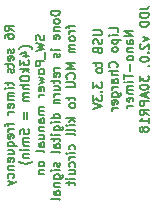
<source format=gbo>
G04 #@! TF.FileFunction,Legend,Bot*
%FSLAX46Y46*%
G04 Gerber Fmt 4.6, Leading zero omitted, Abs format (unit mm)*
G04 Created by KiCad (PCBNEW 4.0.7) date 04/30/18 22:22:12*
%MOMM*%
%LPD*%
G01*
G04 APERTURE LIST*
%ADD10C,0.100000*%
%ADD11C,0.180000*%
G04 APERTURE END LIST*
D10*
D11*
X22777786Y-22368285D02*
X23384929Y-22368285D01*
X23456357Y-22404000D01*
X23492071Y-22439714D01*
X23527786Y-22511143D01*
X23527786Y-22654000D01*
X23492071Y-22725428D01*
X23456357Y-22761143D01*
X23384929Y-22796857D01*
X22777786Y-22796857D01*
X23492071Y-23118285D02*
X23527786Y-23225428D01*
X23527786Y-23403999D01*
X23492071Y-23475428D01*
X23456357Y-23511142D01*
X23384929Y-23546857D01*
X23313500Y-23546857D01*
X23242071Y-23511142D01*
X23206357Y-23475428D01*
X23170643Y-23403999D01*
X23134929Y-23261142D01*
X23099214Y-23189714D01*
X23063500Y-23153999D01*
X22992071Y-23118285D01*
X22920643Y-23118285D01*
X22849214Y-23153999D01*
X22813500Y-23189714D01*
X22777786Y-23261142D01*
X22777786Y-23439714D01*
X22813500Y-23546857D01*
X23134929Y-24118285D02*
X23170643Y-24225428D01*
X23206357Y-24261143D01*
X23277786Y-24296857D01*
X23384929Y-24296857D01*
X23456357Y-24261143D01*
X23492071Y-24225428D01*
X23527786Y-24154000D01*
X23527786Y-23868285D01*
X22777786Y-23868285D01*
X22777786Y-24118285D01*
X22813500Y-24189714D01*
X22849214Y-24225428D01*
X22920643Y-24261143D01*
X22992071Y-24261143D01*
X23063500Y-24225428D01*
X23099214Y-24189714D01*
X23134929Y-24118285D01*
X23134929Y-23868285D01*
X23027786Y-25082572D02*
X23027786Y-25368286D01*
X22777786Y-25189714D02*
X23420643Y-25189714D01*
X23492071Y-25225429D01*
X23527786Y-25296857D01*
X23527786Y-25368286D01*
X23527786Y-25725428D02*
X23492071Y-25654000D01*
X23456357Y-25618285D01*
X23384929Y-25582571D01*
X23170643Y-25582571D01*
X23099214Y-25618285D01*
X23063500Y-25654000D01*
X23027786Y-25725428D01*
X23027786Y-25832571D01*
X23063500Y-25904000D01*
X23099214Y-25939714D01*
X23170643Y-25975428D01*
X23384929Y-25975428D01*
X23456357Y-25939714D01*
X23492071Y-25904000D01*
X23527786Y-25832571D01*
X23527786Y-25725428D01*
X22777786Y-26796857D02*
X22777786Y-27261143D01*
X23063500Y-27011143D01*
X23063500Y-27118285D01*
X23099214Y-27189714D01*
X23134929Y-27225428D01*
X23206357Y-27261143D01*
X23384929Y-27261143D01*
X23456357Y-27225428D01*
X23492071Y-27189714D01*
X23527786Y-27118285D01*
X23527786Y-26904000D01*
X23492071Y-26832571D01*
X23456357Y-26796857D01*
X23456357Y-27582571D02*
X23492071Y-27618286D01*
X23527786Y-27582571D01*
X23492071Y-27546857D01*
X23456357Y-27582571D01*
X23527786Y-27582571D01*
X22777786Y-27868286D02*
X22777786Y-28332572D01*
X23063500Y-28082572D01*
X23063500Y-28189714D01*
X23099214Y-28261143D01*
X23134929Y-28296857D01*
X23206357Y-28332572D01*
X23384929Y-28332572D01*
X23456357Y-28296857D01*
X23492071Y-28261143D01*
X23527786Y-28189714D01*
X23527786Y-27975429D01*
X23492071Y-27904000D01*
X23456357Y-27868286D01*
X22777786Y-28546858D02*
X23527786Y-28796858D01*
X22777786Y-29046858D01*
X24832786Y-22564715D02*
X24832786Y-22207572D01*
X24082786Y-22207572D01*
X24832786Y-22814715D02*
X24332786Y-22814715D01*
X24082786Y-22814715D02*
X24118500Y-22779001D01*
X24154214Y-22814715D01*
X24118500Y-22850430D01*
X24082786Y-22814715D01*
X24154214Y-22814715D01*
X24332786Y-23171858D02*
X25082786Y-23171858D01*
X24368500Y-23171858D02*
X24332786Y-23243287D01*
X24332786Y-23386144D01*
X24368500Y-23457573D01*
X24404214Y-23493287D01*
X24475643Y-23529001D01*
X24689929Y-23529001D01*
X24761357Y-23493287D01*
X24797071Y-23457573D01*
X24832786Y-23386144D01*
X24832786Y-23243287D01*
X24797071Y-23171858D01*
X24832786Y-23957572D02*
X24797071Y-23886144D01*
X24761357Y-23850429D01*
X24689929Y-23814715D01*
X24475643Y-23814715D01*
X24404214Y-23850429D01*
X24368500Y-23886144D01*
X24332786Y-23957572D01*
X24332786Y-24064715D01*
X24368500Y-24136144D01*
X24404214Y-24171858D01*
X24475643Y-24207572D01*
X24689929Y-24207572D01*
X24761357Y-24171858D01*
X24797071Y-24136144D01*
X24832786Y-24064715D01*
X24832786Y-23957572D01*
X24761357Y-25529001D02*
X24797071Y-25493287D01*
X24832786Y-25386144D01*
X24832786Y-25314715D01*
X24797071Y-25207572D01*
X24725643Y-25136144D01*
X24654214Y-25100429D01*
X24511357Y-25064715D01*
X24404214Y-25064715D01*
X24261357Y-25100429D01*
X24189929Y-25136144D01*
X24118500Y-25207572D01*
X24082786Y-25314715D01*
X24082786Y-25386144D01*
X24118500Y-25493287D01*
X24154214Y-25529001D01*
X24832786Y-25850429D02*
X24082786Y-25850429D01*
X24832786Y-26171858D02*
X24439929Y-26171858D01*
X24368500Y-26136144D01*
X24332786Y-26064715D01*
X24332786Y-25957572D01*
X24368500Y-25886144D01*
X24404214Y-25850429D01*
X24832786Y-26850429D02*
X24439929Y-26850429D01*
X24368500Y-26814715D01*
X24332786Y-26743286D01*
X24332786Y-26600429D01*
X24368500Y-26529000D01*
X24797071Y-26850429D02*
X24832786Y-26779000D01*
X24832786Y-26600429D01*
X24797071Y-26529000D01*
X24725643Y-26493286D01*
X24654214Y-26493286D01*
X24582786Y-26529000D01*
X24547071Y-26600429D01*
X24547071Y-26779000D01*
X24511357Y-26850429D01*
X24832786Y-27207571D02*
X24332786Y-27207571D01*
X24475643Y-27207571D02*
X24404214Y-27243286D01*
X24368500Y-27279000D01*
X24332786Y-27350429D01*
X24332786Y-27421857D01*
X24332786Y-27993286D02*
X24939929Y-27993286D01*
X25011357Y-27957572D01*
X25047071Y-27921857D01*
X25082786Y-27850429D01*
X25082786Y-27743286D01*
X25047071Y-27671857D01*
X24797071Y-27993286D02*
X24832786Y-27921857D01*
X24832786Y-27779000D01*
X24797071Y-27707572D01*
X24761357Y-27671857D01*
X24689929Y-27636143D01*
X24475643Y-27636143D01*
X24404214Y-27671857D01*
X24368500Y-27707572D01*
X24332786Y-27779000D01*
X24332786Y-27921857D01*
X24368500Y-27993286D01*
X24797071Y-28636143D02*
X24832786Y-28564714D01*
X24832786Y-28421857D01*
X24797071Y-28350428D01*
X24725643Y-28314714D01*
X24439929Y-28314714D01*
X24368500Y-28350428D01*
X24332786Y-28421857D01*
X24332786Y-28564714D01*
X24368500Y-28636143D01*
X24439929Y-28671857D01*
X24511357Y-28671857D01*
X24582786Y-28314714D01*
X24832786Y-28993285D02*
X24332786Y-28993285D01*
X24475643Y-28993285D02*
X24404214Y-29029000D01*
X24368500Y-29064714D01*
X24332786Y-29136143D01*
X24332786Y-29207571D01*
X26137786Y-22439715D02*
X25387786Y-22439715D01*
X26137786Y-22868287D01*
X25387786Y-22868287D01*
X26137786Y-23546858D02*
X25744929Y-23546858D01*
X25673500Y-23511144D01*
X25637786Y-23439715D01*
X25637786Y-23296858D01*
X25673500Y-23225429D01*
X26102071Y-23546858D02*
X26137786Y-23475429D01*
X26137786Y-23296858D01*
X26102071Y-23225429D01*
X26030643Y-23189715D01*
X25959214Y-23189715D01*
X25887786Y-23225429D01*
X25852071Y-23296858D01*
X25852071Y-23475429D01*
X25816357Y-23546858D01*
X25637786Y-23904000D02*
X26137786Y-23904000D01*
X25709214Y-23904000D02*
X25673500Y-23939715D01*
X25637786Y-24011143D01*
X25637786Y-24118286D01*
X25673500Y-24189715D01*
X25744929Y-24225429D01*
X26137786Y-24225429D01*
X26137786Y-24689714D02*
X26102071Y-24618286D01*
X26066357Y-24582571D01*
X25994929Y-24546857D01*
X25780643Y-24546857D01*
X25709214Y-24582571D01*
X25673500Y-24618286D01*
X25637786Y-24689714D01*
X25637786Y-24796857D01*
X25673500Y-24868286D01*
X25709214Y-24904000D01*
X25780643Y-24939714D01*
X25994929Y-24939714D01*
X26066357Y-24904000D01*
X26102071Y-24868286D01*
X26137786Y-24796857D01*
X26137786Y-24689714D01*
X25852071Y-25261142D02*
X25852071Y-25832571D01*
X25387786Y-26082571D02*
X25387786Y-26511142D01*
X26137786Y-26296856D02*
X25387786Y-26296856D01*
X26137786Y-26761142D02*
X25637786Y-26761142D01*
X25387786Y-26761142D02*
X25423500Y-26725428D01*
X25459214Y-26761142D01*
X25423500Y-26796857D01*
X25387786Y-26761142D01*
X25459214Y-26761142D01*
X26137786Y-27118285D02*
X25637786Y-27118285D01*
X25709214Y-27118285D02*
X25673500Y-27154000D01*
X25637786Y-27225428D01*
X25637786Y-27332571D01*
X25673500Y-27404000D01*
X25744929Y-27439714D01*
X26137786Y-27439714D01*
X25744929Y-27439714D02*
X25673500Y-27475428D01*
X25637786Y-27546857D01*
X25637786Y-27654000D01*
X25673500Y-27725428D01*
X25744929Y-27761143D01*
X26137786Y-27761143D01*
X26102071Y-28404000D02*
X26137786Y-28332571D01*
X26137786Y-28189714D01*
X26102071Y-28118285D01*
X26030643Y-28082571D01*
X25744929Y-28082571D01*
X25673500Y-28118285D01*
X25637786Y-28189714D01*
X25637786Y-28332571D01*
X25673500Y-28404000D01*
X25744929Y-28439714D01*
X25816357Y-28439714D01*
X25887786Y-28082571D01*
X26137786Y-28761142D02*
X25637786Y-28761142D01*
X25780643Y-28761142D02*
X25709214Y-28796857D01*
X25673500Y-28832571D01*
X25637786Y-28904000D01*
X25637786Y-28975428D01*
X26692786Y-20582570D02*
X27228500Y-20582570D01*
X27335643Y-20546856D01*
X27407071Y-20475427D01*
X27442786Y-20368284D01*
X27442786Y-20296856D01*
X27442786Y-20939713D02*
X26692786Y-20939713D01*
X26692786Y-21118285D01*
X26728500Y-21225428D01*
X26799929Y-21296856D01*
X26871357Y-21332571D01*
X27014214Y-21368285D01*
X27121357Y-21368285D01*
X27264214Y-21332571D01*
X27335643Y-21296856D01*
X27407071Y-21225428D01*
X27442786Y-21118285D01*
X27442786Y-20939713D01*
X27442786Y-21689713D02*
X26692786Y-21689713D01*
X26692786Y-21868285D01*
X26728500Y-21975428D01*
X26799929Y-22046856D01*
X26871357Y-22082571D01*
X27014214Y-22118285D01*
X27121357Y-22118285D01*
X27264214Y-22082571D01*
X27335643Y-22046856D01*
X27407071Y-21975428D01*
X27442786Y-21868285D01*
X27442786Y-21689713D01*
X26942786Y-22939714D02*
X27442786Y-23118285D01*
X26942786Y-23296857D01*
X26764214Y-23546857D02*
X26728500Y-23582571D01*
X26692786Y-23654000D01*
X26692786Y-23832571D01*
X26728500Y-23904000D01*
X26764214Y-23939714D01*
X26835643Y-23975429D01*
X26907071Y-23975429D01*
X27014214Y-23939714D01*
X27442786Y-23511143D01*
X27442786Y-23975429D01*
X27371357Y-24296857D02*
X27407071Y-24332572D01*
X27442786Y-24296857D01*
X27407071Y-24261143D01*
X27371357Y-24296857D01*
X27442786Y-24296857D01*
X26692786Y-24796858D02*
X26692786Y-24868286D01*
X26728500Y-24939715D01*
X26764214Y-24975429D01*
X26835643Y-25011143D01*
X26978500Y-25046858D01*
X27157071Y-25046858D01*
X27299929Y-25011143D01*
X27371357Y-24975429D01*
X27407071Y-24939715D01*
X27442786Y-24868286D01*
X27442786Y-24796858D01*
X27407071Y-24725429D01*
X27371357Y-24689715D01*
X27299929Y-24654000D01*
X27157071Y-24618286D01*
X26978500Y-24618286D01*
X26835643Y-24654000D01*
X26764214Y-24689715D01*
X26728500Y-24725429D01*
X26692786Y-24796858D01*
X27407071Y-25404001D02*
X27442786Y-25404001D01*
X27514214Y-25368286D01*
X27549929Y-25332572D01*
X26692786Y-26225430D02*
X26692786Y-26689716D01*
X26978500Y-26439716D01*
X26978500Y-26546858D01*
X27014214Y-26618287D01*
X27049929Y-26654001D01*
X27121357Y-26689716D01*
X27299929Y-26689716D01*
X27371357Y-26654001D01*
X27407071Y-26618287D01*
X27442786Y-26546858D01*
X27442786Y-26332573D01*
X27407071Y-26261144D01*
X27371357Y-26225430D01*
X26692786Y-27154002D02*
X26692786Y-27225430D01*
X26728500Y-27296859D01*
X26764214Y-27332573D01*
X26835643Y-27368287D01*
X26978500Y-27404002D01*
X27157071Y-27404002D01*
X27299929Y-27368287D01*
X27371357Y-27332573D01*
X27407071Y-27296859D01*
X27442786Y-27225430D01*
X27442786Y-27154002D01*
X27407071Y-27082573D01*
X27371357Y-27046859D01*
X27299929Y-27011144D01*
X27157071Y-26975430D01*
X26978500Y-26975430D01*
X26835643Y-27011144D01*
X26764214Y-27046859D01*
X26728500Y-27082573D01*
X26692786Y-27154002D01*
X27228500Y-27689716D02*
X27228500Y-28046859D01*
X27442786Y-27618288D02*
X26692786Y-27868288D01*
X27442786Y-28118288D01*
X27442786Y-28368287D02*
X26692786Y-28368287D01*
X26692786Y-28654002D01*
X26728500Y-28725430D01*
X26764214Y-28761145D01*
X26835643Y-28796859D01*
X26942786Y-28796859D01*
X27014214Y-28761145D01*
X27049929Y-28725430D01*
X27085643Y-28654002D01*
X27085643Y-28368287D01*
X27442786Y-29546859D02*
X27085643Y-29296859D01*
X27442786Y-29118287D02*
X26692786Y-29118287D01*
X26692786Y-29404002D01*
X26728500Y-29475430D01*
X26764214Y-29511145D01*
X26835643Y-29546859D01*
X26942786Y-29546859D01*
X27014214Y-29511145D01*
X27049929Y-29475430D01*
X27085643Y-29404002D01*
X27085643Y-29118287D01*
X27442786Y-30261145D02*
X27442786Y-29832573D01*
X27442786Y-30046859D02*
X26692786Y-30046859D01*
X26799929Y-29975430D01*
X26871357Y-29904002D01*
X26907071Y-29832573D01*
X27014214Y-30689716D02*
X26978500Y-30618288D01*
X26942786Y-30582573D01*
X26871357Y-30546859D01*
X26835643Y-30546859D01*
X26764214Y-30582573D01*
X26728500Y-30618288D01*
X26692786Y-30689716D01*
X26692786Y-30832573D01*
X26728500Y-30904002D01*
X26764214Y-30939716D01*
X26835643Y-30975431D01*
X26871357Y-30975431D01*
X26942786Y-30939716D01*
X26978500Y-30904002D01*
X27014214Y-30832573D01*
X27014214Y-30689716D01*
X27049929Y-30618288D01*
X27085643Y-30582573D01*
X27157071Y-30546859D01*
X27299929Y-30546859D01*
X27371357Y-30582573D01*
X27407071Y-30618288D01*
X27442786Y-30689716D01*
X27442786Y-30832573D01*
X27407071Y-30904002D01*
X27371357Y-30939716D01*
X27299929Y-30975431D01*
X27157071Y-30975431D01*
X27085643Y-30939716D01*
X27049929Y-30904002D01*
X27014214Y-30832573D01*
X16017286Y-22416286D02*
X15660143Y-22166286D01*
X16017286Y-21987714D02*
X15267286Y-21987714D01*
X15267286Y-22273429D01*
X15303000Y-22344857D01*
X15338714Y-22380572D01*
X15410143Y-22416286D01*
X15517286Y-22416286D01*
X15588714Y-22380572D01*
X15624429Y-22344857D01*
X15660143Y-22273429D01*
X15660143Y-21987714D01*
X15267286Y-23059143D02*
X15267286Y-22916286D01*
X15303000Y-22844857D01*
X15338714Y-22809143D01*
X15445857Y-22737714D01*
X15588714Y-22702000D01*
X15874429Y-22702000D01*
X15945857Y-22737714D01*
X15981571Y-22773429D01*
X16017286Y-22844857D01*
X16017286Y-22987714D01*
X15981571Y-23059143D01*
X15945857Y-23094857D01*
X15874429Y-23130572D01*
X15695857Y-23130572D01*
X15624429Y-23094857D01*
X15588714Y-23059143D01*
X15553000Y-22987714D01*
X15553000Y-22844857D01*
X15588714Y-22773429D01*
X15624429Y-22737714D01*
X15695857Y-22702000D01*
X15981571Y-23987715D02*
X16017286Y-24059144D01*
X16017286Y-24202001D01*
X15981571Y-24273429D01*
X15910143Y-24309144D01*
X15874429Y-24309144D01*
X15803000Y-24273429D01*
X15767286Y-24202001D01*
X15767286Y-24094858D01*
X15731571Y-24023429D01*
X15660143Y-23987715D01*
X15624429Y-23987715D01*
X15553000Y-24023429D01*
X15517286Y-24094858D01*
X15517286Y-24202001D01*
X15553000Y-24273429D01*
X15981571Y-24916287D02*
X16017286Y-24844858D01*
X16017286Y-24702001D01*
X15981571Y-24630572D01*
X15910143Y-24594858D01*
X15624429Y-24594858D01*
X15553000Y-24630572D01*
X15517286Y-24702001D01*
X15517286Y-24844858D01*
X15553000Y-24916287D01*
X15624429Y-24952001D01*
X15695857Y-24952001D01*
X15767286Y-24594858D01*
X15517286Y-25166287D02*
X15517286Y-25452001D01*
X15267286Y-25273429D02*
X15910143Y-25273429D01*
X15981571Y-25309144D01*
X16017286Y-25380572D01*
X16017286Y-25452001D01*
X15981571Y-25666286D02*
X16017286Y-25737715D01*
X16017286Y-25880572D01*
X15981571Y-25952000D01*
X15910143Y-25987715D01*
X15874429Y-25987715D01*
X15803000Y-25952000D01*
X15767286Y-25880572D01*
X15767286Y-25773429D01*
X15731571Y-25702000D01*
X15660143Y-25666286D01*
X15624429Y-25666286D01*
X15553000Y-25702000D01*
X15517286Y-25773429D01*
X15517286Y-25880572D01*
X15553000Y-25952000D01*
X15517286Y-26773430D02*
X15517286Y-27059144D01*
X15267286Y-26880572D02*
X15910143Y-26880572D01*
X15981571Y-26916287D01*
X16017286Y-26987715D01*
X16017286Y-27059144D01*
X16017286Y-27309143D02*
X15517286Y-27309143D01*
X15267286Y-27309143D02*
X15303000Y-27273429D01*
X15338714Y-27309143D01*
X15303000Y-27344858D01*
X15267286Y-27309143D01*
X15338714Y-27309143D01*
X16017286Y-27666286D02*
X15517286Y-27666286D01*
X15588714Y-27666286D02*
X15553000Y-27702001D01*
X15517286Y-27773429D01*
X15517286Y-27880572D01*
X15553000Y-27952001D01*
X15624429Y-27987715D01*
X16017286Y-27987715D01*
X15624429Y-27987715D02*
X15553000Y-28023429D01*
X15517286Y-28094858D01*
X15517286Y-28202001D01*
X15553000Y-28273429D01*
X15624429Y-28309144D01*
X16017286Y-28309144D01*
X15981571Y-28952001D02*
X16017286Y-28880572D01*
X16017286Y-28737715D01*
X15981571Y-28666286D01*
X15910143Y-28630572D01*
X15624429Y-28630572D01*
X15553000Y-28666286D01*
X15517286Y-28737715D01*
X15517286Y-28880572D01*
X15553000Y-28952001D01*
X15624429Y-28987715D01*
X15695857Y-28987715D01*
X15767286Y-28630572D01*
X16017286Y-29309143D02*
X15517286Y-29309143D01*
X15660143Y-29309143D02*
X15588714Y-29344858D01*
X15553000Y-29380572D01*
X15517286Y-29452001D01*
X15517286Y-29523429D01*
X15517286Y-30237716D02*
X15517286Y-30523430D01*
X16017286Y-30344858D02*
X15374429Y-30344858D01*
X15303000Y-30380573D01*
X15267286Y-30452001D01*
X15267286Y-30523430D01*
X16017286Y-30773429D02*
X15517286Y-30773429D01*
X15660143Y-30773429D02*
X15588714Y-30809144D01*
X15553000Y-30844858D01*
X15517286Y-30916287D01*
X15517286Y-30987715D01*
X15981571Y-31523430D02*
X16017286Y-31452001D01*
X16017286Y-31309144D01*
X15981571Y-31237715D01*
X15910143Y-31202001D01*
X15624429Y-31202001D01*
X15553000Y-31237715D01*
X15517286Y-31309144D01*
X15517286Y-31452001D01*
X15553000Y-31523430D01*
X15624429Y-31559144D01*
X15695857Y-31559144D01*
X15767286Y-31202001D01*
X15517286Y-32202001D02*
X16267286Y-32202001D01*
X15981571Y-32202001D02*
X16017286Y-32130572D01*
X16017286Y-31987715D01*
X15981571Y-31916287D01*
X15945857Y-31880572D01*
X15874429Y-31844858D01*
X15660143Y-31844858D01*
X15588714Y-31880572D01*
X15553000Y-31916287D01*
X15517286Y-31987715D01*
X15517286Y-32130572D01*
X15553000Y-32202001D01*
X15517286Y-32880572D02*
X16017286Y-32880572D01*
X15517286Y-32559143D02*
X15910143Y-32559143D01*
X15981571Y-32594858D01*
X16017286Y-32666286D01*
X16017286Y-32773429D01*
X15981571Y-32844858D01*
X15945857Y-32880572D01*
X15981571Y-33523429D02*
X16017286Y-33452000D01*
X16017286Y-33309143D01*
X15981571Y-33237714D01*
X15910143Y-33202000D01*
X15624429Y-33202000D01*
X15553000Y-33237714D01*
X15517286Y-33309143D01*
X15517286Y-33452000D01*
X15553000Y-33523429D01*
X15624429Y-33559143D01*
X15695857Y-33559143D01*
X15767286Y-33202000D01*
X15517286Y-33880571D02*
X16017286Y-33880571D01*
X15588714Y-33880571D02*
X15553000Y-33916286D01*
X15517286Y-33987714D01*
X15517286Y-34094857D01*
X15553000Y-34166286D01*
X15624429Y-34202000D01*
X16017286Y-34202000D01*
X15981571Y-34880571D02*
X16017286Y-34809142D01*
X16017286Y-34666285D01*
X15981571Y-34594857D01*
X15945857Y-34559142D01*
X15874429Y-34523428D01*
X15660143Y-34523428D01*
X15588714Y-34559142D01*
X15553000Y-34594857D01*
X15517286Y-34666285D01*
X15517286Y-34809142D01*
X15553000Y-34880571D01*
X15517286Y-35130571D02*
X16017286Y-35309142D01*
X15517286Y-35487714D02*
X16017286Y-35309142D01*
X16195857Y-35237714D01*
X16231571Y-35201999D01*
X16267286Y-35130571D01*
X17608000Y-23934143D02*
X17572286Y-23898429D01*
X17465143Y-23827000D01*
X17393714Y-23791286D01*
X17286571Y-23755572D01*
X17108000Y-23719857D01*
X16965143Y-23719857D01*
X16786571Y-23755572D01*
X16679429Y-23791286D01*
X16608000Y-23827000D01*
X16500857Y-23898429D01*
X16465143Y-23934143D01*
X16822286Y-24541286D02*
X17322286Y-24541286D01*
X16536571Y-24362715D02*
X17072286Y-24184143D01*
X17072286Y-24648429D01*
X16572286Y-24862715D02*
X16572286Y-25327001D01*
X16858000Y-25077001D01*
X16858000Y-25184143D01*
X16893714Y-25255572D01*
X16929429Y-25291286D01*
X17000857Y-25327001D01*
X17179429Y-25327001D01*
X17250857Y-25291286D01*
X17286571Y-25255572D01*
X17322286Y-25184143D01*
X17322286Y-24969858D01*
X17286571Y-24898429D01*
X17250857Y-24862715D01*
X17322286Y-25648429D02*
X16572286Y-25648429D01*
X17036571Y-25719858D02*
X17322286Y-25934144D01*
X16822286Y-25934144D02*
X17108000Y-25648429D01*
X16572286Y-26398430D02*
X16572286Y-26541287D01*
X16608000Y-26612715D01*
X16679429Y-26684144D01*
X16822286Y-26719858D01*
X17072286Y-26719858D01*
X17215143Y-26684144D01*
X17286571Y-26612715D01*
X17322286Y-26541287D01*
X17322286Y-26398430D01*
X17286571Y-26327001D01*
X17215143Y-26255572D01*
X17072286Y-26219858D01*
X16822286Y-26219858D01*
X16679429Y-26255572D01*
X16608000Y-26327001D01*
X16572286Y-26398430D01*
X17322286Y-27041286D02*
X16572286Y-27041286D01*
X17322286Y-27362715D02*
X16929429Y-27362715D01*
X16858000Y-27327001D01*
X16822286Y-27255572D01*
X16822286Y-27148429D01*
X16858000Y-27077001D01*
X16893714Y-27041286D01*
X17322286Y-27719857D02*
X16822286Y-27719857D01*
X16893714Y-27719857D02*
X16858000Y-27755572D01*
X16822286Y-27827000D01*
X16822286Y-27934143D01*
X16858000Y-28005572D01*
X16929429Y-28041286D01*
X17322286Y-28041286D01*
X16929429Y-28041286D02*
X16858000Y-28077000D01*
X16822286Y-28148429D01*
X16822286Y-28255572D01*
X16858000Y-28327000D01*
X16929429Y-28362715D01*
X17322286Y-28362715D01*
X16929429Y-29291286D02*
X16929429Y-29862715D01*
X17143714Y-29862715D02*
X17143714Y-29291286D01*
X16572286Y-31148429D02*
X16572286Y-30791286D01*
X16929429Y-30755572D01*
X16893714Y-30791286D01*
X16858000Y-30862715D01*
X16858000Y-31041286D01*
X16893714Y-31112715D01*
X16929429Y-31148429D01*
X17000857Y-31184144D01*
X17179429Y-31184144D01*
X17250857Y-31148429D01*
X17286571Y-31112715D01*
X17322286Y-31041286D01*
X17322286Y-30862715D01*
X17286571Y-30791286D01*
X17250857Y-30755572D01*
X17322286Y-31505572D02*
X16822286Y-31505572D01*
X16893714Y-31505572D02*
X16858000Y-31541287D01*
X16822286Y-31612715D01*
X16822286Y-31719858D01*
X16858000Y-31791287D01*
X16929429Y-31827001D01*
X17322286Y-31827001D01*
X16929429Y-31827001D02*
X16858000Y-31862715D01*
X16822286Y-31934144D01*
X16822286Y-32041287D01*
X16858000Y-32112715D01*
X16929429Y-32148430D01*
X17322286Y-32148430D01*
X17322286Y-32505572D02*
X16822286Y-32505572D01*
X16572286Y-32505572D02*
X16608000Y-32469858D01*
X16643714Y-32505572D01*
X16608000Y-32541287D01*
X16572286Y-32505572D01*
X16643714Y-32505572D01*
X16822286Y-32862715D02*
X17322286Y-32862715D01*
X16893714Y-32862715D02*
X16858000Y-32898430D01*
X16822286Y-32969858D01*
X16822286Y-33077001D01*
X16858000Y-33148430D01*
X16929429Y-33184144D01*
X17322286Y-33184144D01*
X17608000Y-33469858D02*
X17572286Y-33505572D01*
X17465143Y-33577001D01*
X17393714Y-33612715D01*
X17286571Y-33648429D01*
X17108000Y-33684144D01*
X16965143Y-33684144D01*
X16786571Y-33648429D01*
X16679429Y-33612715D01*
X16608000Y-33577001D01*
X16500857Y-33505572D01*
X16465143Y-33469858D01*
X18591571Y-22809144D02*
X18627286Y-22916287D01*
X18627286Y-23094858D01*
X18591571Y-23166287D01*
X18555857Y-23202001D01*
X18484429Y-23237716D01*
X18413000Y-23237716D01*
X18341571Y-23202001D01*
X18305857Y-23166287D01*
X18270143Y-23094858D01*
X18234429Y-22952001D01*
X18198714Y-22880573D01*
X18163000Y-22844858D01*
X18091571Y-22809144D01*
X18020143Y-22809144D01*
X17948714Y-22844858D01*
X17913000Y-22880573D01*
X17877286Y-22952001D01*
X17877286Y-23130573D01*
X17913000Y-23237716D01*
X17877286Y-23487716D02*
X18627286Y-23666287D01*
X18091571Y-23809144D01*
X18627286Y-23952002D01*
X17877286Y-24130573D01*
X18698714Y-24237716D02*
X18698714Y-24809145D01*
X18627286Y-24987716D02*
X17877286Y-24987716D01*
X17877286Y-25273431D01*
X17913000Y-25344859D01*
X17948714Y-25380574D01*
X18020143Y-25416288D01*
X18127286Y-25416288D01*
X18198714Y-25380574D01*
X18234429Y-25344859D01*
X18270143Y-25273431D01*
X18270143Y-24987716D01*
X18627286Y-25844859D02*
X18591571Y-25773431D01*
X18555857Y-25737716D01*
X18484429Y-25702002D01*
X18270143Y-25702002D01*
X18198714Y-25737716D01*
X18163000Y-25773431D01*
X18127286Y-25844859D01*
X18127286Y-25952002D01*
X18163000Y-26023431D01*
X18198714Y-26059145D01*
X18270143Y-26094859D01*
X18484429Y-26094859D01*
X18555857Y-26059145D01*
X18591571Y-26023431D01*
X18627286Y-25952002D01*
X18627286Y-25844859D01*
X18127286Y-26344859D02*
X18627286Y-26487716D01*
X18270143Y-26630573D01*
X18627286Y-26773430D01*
X18127286Y-26916287D01*
X18591571Y-27487716D02*
X18627286Y-27416287D01*
X18627286Y-27273430D01*
X18591571Y-27202001D01*
X18520143Y-27166287D01*
X18234429Y-27166287D01*
X18163000Y-27202001D01*
X18127286Y-27273430D01*
X18127286Y-27416287D01*
X18163000Y-27487716D01*
X18234429Y-27523430D01*
X18305857Y-27523430D01*
X18377286Y-27166287D01*
X18627286Y-27844858D02*
X18127286Y-27844858D01*
X18270143Y-27844858D02*
X18198714Y-27880573D01*
X18163000Y-27916287D01*
X18127286Y-27987716D01*
X18127286Y-28059144D01*
X18627286Y-28880573D02*
X18127286Y-28880573D01*
X18198714Y-28880573D02*
X18163000Y-28916288D01*
X18127286Y-28987716D01*
X18127286Y-29094859D01*
X18163000Y-29166288D01*
X18234429Y-29202002D01*
X18627286Y-29202002D01*
X18234429Y-29202002D02*
X18163000Y-29237716D01*
X18127286Y-29309145D01*
X18127286Y-29416288D01*
X18163000Y-29487716D01*
X18234429Y-29523431D01*
X18627286Y-29523431D01*
X18627286Y-30202002D02*
X18234429Y-30202002D01*
X18163000Y-30166288D01*
X18127286Y-30094859D01*
X18127286Y-29952002D01*
X18163000Y-29880573D01*
X18591571Y-30202002D02*
X18627286Y-30130573D01*
X18627286Y-29952002D01*
X18591571Y-29880573D01*
X18520143Y-29844859D01*
X18448714Y-29844859D01*
X18377286Y-29880573D01*
X18341571Y-29952002D01*
X18341571Y-30130573D01*
X18305857Y-30202002D01*
X18127286Y-30559144D02*
X18627286Y-30559144D01*
X18198714Y-30559144D02*
X18163000Y-30594859D01*
X18127286Y-30666287D01*
X18127286Y-30773430D01*
X18163000Y-30844859D01*
X18234429Y-30880573D01*
X18627286Y-30880573D01*
X18127286Y-31559144D02*
X18627286Y-31559144D01*
X18127286Y-31237715D02*
X18520143Y-31237715D01*
X18591571Y-31273430D01*
X18627286Y-31344858D01*
X18627286Y-31452001D01*
X18591571Y-31523430D01*
X18555857Y-31559144D01*
X18627286Y-32237715D02*
X18234429Y-32237715D01*
X18163000Y-32202001D01*
X18127286Y-32130572D01*
X18127286Y-31987715D01*
X18163000Y-31916286D01*
X18591571Y-32237715D02*
X18627286Y-32166286D01*
X18627286Y-31987715D01*
X18591571Y-31916286D01*
X18520143Y-31880572D01*
X18448714Y-31880572D01*
X18377286Y-31916286D01*
X18341571Y-31987715D01*
X18341571Y-32166286D01*
X18305857Y-32237715D01*
X18627286Y-32702000D02*
X18591571Y-32630572D01*
X18520143Y-32594857D01*
X17877286Y-32594857D01*
X18627286Y-33666286D02*
X18591571Y-33594858D01*
X18555857Y-33559143D01*
X18484429Y-33523429D01*
X18270143Y-33523429D01*
X18198714Y-33559143D01*
X18163000Y-33594858D01*
X18127286Y-33666286D01*
X18127286Y-33773429D01*
X18163000Y-33844858D01*
X18198714Y-33880572D01*
X18270143Y-33916286D01*
X18484429Y-33916286D01*
X18555857Y-33880572D01*
X18591571Y-33844858D01*
X18627286Y-33773429D01*
X18627286Y-33666286D01*
X18127286Y-34237714D02*
X18627286Y-34237714D01*
X18198714Y-34237714D02*
X18163000Y-34273429D01*
X18127286Y-34344857D01*
X18127286Y-34452000D01*
X18163000Y-34523429D01*
X18234429Y-34559143D01*
X18627286Y-34559143D01*
X19932286Y-20719858D02*
X19182286Y-20719858D01*
X19182286Y-20898430D01*
X19218000Y-21005573D01*
X19289429Y-21077001D01*
X19360857Y-21112716D01*
X19503714Y-21148430D01*
X19610857Y-21148430D01*
X19753714Y-21112716D01*
X19825143Y-21077001D01*
X19896571Y-21005573D01*
X19932286Y-20898430D01*
X19932286Y-20719858D01*
X19932286Y-21577001D02*
X19896571Y-21505573D01*
X19860857Y-21469858D01*
X19789429Y-21434144D01*
X19575143Y-21434144D01*
X19503714Y-21469858D01*
X19468000Y-21505573D01*
X19432286Y-21577001D01*
X19432286Y-21684144D01*
X19468000Y-21755573D01*
X19503714Y-21791287D01*
X19575143Y-21827001D01*
X19789429Y-21827001D01*
X19860857Y-21791287D01*
X19896571Y-21755573D01*
X19932286Y-21684144D01*
X19932286Y-21577001D01*
X19432286Y-22148429D02*
X19932286Y-22148429D01*
X19503714Y-22148429D02*
X19468000Y-22184144D01*
X19432286Y-22255572D01*
X19432286Y-22362715D01*
X19468000Y-22434144D01*
X19539429Y-22469858D01*
X19932286Y-22469858D01*
X19896571Y-23112715D02*
X19932286Y-23041286D01*
X19932286Y-22898429D01*
X19896571Y-22827000D01*
X19825143Y-22791286D01*
X19539429Y-22791286D01*
X19468000Y-22827000D01*
X19432286Y-22898429D01*
X19432286Y-23041286D01*
X19468000Y-23112715D01*
X19539429Y-23148429D01*
X19610857Y-23148429D01*
X19682286Y-22791286D01*
X19932286Y-24041286D02*
X19432286Y-24041286D01*
X19182286Y-24041286D02*
X19218000Y-24005572D01*
X19253714Y-24041286D01*
X19218000Y-24077001D01*
X19182286Y-24041286D01*
X19253714Y-24041286D01*
X19896571Y-24362715D02*
X19932286Y-24434144D01*
X19932286Y-24577001D01*
X19896571Y-24648429D01*
X19825143Y-24684144D01*
X19789429Y-24684144D01*
X19718000Y-24648429D01*
X19682286Y-24577001D01*
X19682286Y-24469858D01*
X19646571Y-24398429D01*
X19575143Y-24362715D01*
X19539429Y-24362715D01*
X19468000Y-24398429D01*
X19432286Y-24469858D01*
X19432286Y-24577001D01*
X19468000Y-24648429D01*
X19932286Y-25577001D02*
X19432286Y-25577001D01*
X19575143Y-25577001D02*
X19503714Y-25612716D01*
X19468000Y-25648430D01*
X19432286Y-25719859D01*
X19432286Y-25791287D01*
X19896571Y-26327002D02*
X19932286Y-26255573D01*
X19932286Y-26112716D01*
X19896571Y-26041287D01*
X19825143Y-26005573D01*
X19539429Y-26005573D01*
X19468000Y-26041287D01*
X19432286Y-26112716D01*
X19432286Y-26255573D01*
X19468000Y-26327002D01*
X19539429Y-26362716D01*
X19610857Y-26362716D01*
X19682286Y-26005573D01*
X19432286Y-26577002D02*
X19432286Y-26862716D01*
X19182286Y-26684144D02*
X19825143Y-26684144D01*
X19896571Y-26719859D01*
X19932286Y-26791287D01*
X19932286Y-26862716D01*
X19432286Y-27434144D02*
X19932286Y-27434144D01*
X19432286Y-27112715D02*
X19825143Y-27112715D01*
X19896571Y-27148430D01*
X19932286Y-27219858D01*
X19932286Y-27327001D01*
X19896571Y-27398430D01*
X19860857Y-27434144D01*
X19932286Y-27791286D02*
X19432286Y-27791286D01*
X19575143Y-27791286D02*
X19503714Y-27827001D01*
X19468000Y-27862715D01*
X19432286Y-27934144D01*
X19432286Y-28005572D01*
X19432286Y-28255572D02*
X19932286Y-28255572D01*
X19503714Y-28255572D02*
X19468000Y-28291287D01*
X19432286Y-28362715D01*
X19432286Y-28469858D01*
X19468000Y-28541287D01*
X19539429Y-28577001D01*
X19932286Y-28577001D01*
X19932286Y-29827001D02*
X19182286Y-29827001D01*
X19896571Y-29827001D02*
X19932286Y-29755572D01*
X19932286Y-29612715D01*
X19896571Y-29541287D01*
X19860857Y-29505572D01*
X19789429Y-29469858D01*
X19575143Y-29469858D01*
X19503714Y-29505572D01*
X19468000Y-29541287D01*
X19432286Y-29612715D01*
X19432286Y-29755572D01*
X19468000Y-29827001D01*
X19932286Y-30184143D02*
X19432286Y-30184143D01*
X19182286Y-30184143D02*
X19218000Y-30148429D01*
X19253714Y-30184143D01*
X19218000Y-30219858D01*
X19182286Y-30184143D01*
X19253714Y-30184143D01*
X19432286Y-30862715D02*
X20039429Y-30862715D01*
X20110857Y-30827001D01*
X20146571Y-30791286D01*
X20182286Y-30719858D01*
X20182286Y-30612715D01*
X20146571Y-30541286D01*
X19896571Y-30862715D02*
X19932286Y-30791286D01*
X19932286Y-30648429D01*
X19896571Y-30577001D01*
X19860857Y-30541286D01*
X19789429Y-30505572D01*
X19575143Y-30505572D01*
X19503714Y-30541286D01*
X19468000Y-30577001D01*
X19432286Y-30648429D01*
X19432286Y-30791286D01*
X19468000Y-30862715D01*
X19932286Y-31219857D02*
X19432286Y-31219857D01*
X19182286Y-31219857D02*
X19218000Y-31184143D01*
X19253714Y-31219857D01*
X19218000Y-31255572D01*
X19182286Y-31219857D01*
X19253714Y-31219857D01*
X19432286Y-31469858D02*
X19432286Y-31755572D01*
X19182286Y-31577000D02*
X19825143Y-31577000D01*
X19896571Y-31612715D01*
X19932286Y-31684143D01*
X19932286Y-31755572D01*
X19932286Y-32327000D02*
X19539429Y-32327000D01*
X19468000Y-32291286D01*
X19432286Y-32219857D01*
X19432286Y-32077000D01*
X19468000Y-32005571D01*
X19896571Y-32327000D02*
X19932286Y-32255571D01*
X19932286Y-32077000D01*
X19896571Y-32005571D01*
X19825143Y-31969857D01*
X19753714Y-31969857D01*
X19682286Y-32005571D01*
X19646571Y-32077000D01*
X19646571Y-32255571D01*
X19610857Y-32327000D01*
X19932286Y-32791285D02*
X19896571Y-32719857D01*
X19825143Y-32684142D01*
X19182286Y-32684142D01*
X19896571Y-33612714D02*
X19932286Y-33684143D01*
X19932286Y-33827000D01*
X19896571Y-33898428D01*
X19825143Y-33934143D01*
X19789429Y-33934143D01*
X19718000Y-33898428D01*
X19682286Y-33827000D01*
X19682286Y-33719857D01*
X19646571Y-33648428D01*
X19575143Y-33612714D01*
X19539429Y-33612714D01*
X19468000Y-33648428D01*
X19432286Y-33719857D01*
X19432286Y-33827000D01*
X19468000Y-33898428D01*
X19932286Y-34255571D02*
X19432286Y-34255571D01*
X19182286Y-34255571D02*
X19218000Y-34219857D01*
X19253714Y-34255571D01*
X19218000Y-34291286D01*
X19182286Y-34255571D01*
X19253714Y-34255571D01*
X19432286Y-34934143D02*
X20039429Y-34934143D01*
X20110857Y-34898429D01*
X20146571Y-34862714D01*
X20182286Y-34791286D01*
X20182286Y-34684143D01*
X20146571Y-34612714D01*
X19896571Y-34934143D02*
X19932286Y-34862714D01*
X19932286Y-34719857D01*
X19896571Y-34648429D01*
X19860857Y-34612714D01*
X19789429Y-34577000D01*
X19575143Y-34577000D01*
X19503714Y-34612714D01*
X19468000Y-34648429D01*
X19432286Y-34719857D01*
X19432286Y-34862714D01*
X19468000Y-34934143D01*
X19432286Y-35291285D02*
X19932286Y-35291285D01*
X19503714Y-35291285D02*
X19468000Y-35327000D01*
X19432286Y-35398428D01*
X19432286Y-35505571D01*
X19468000Y-35577000D01*
X19539429Y-35612714D01*
X19932286Y-35612714D01*
X19932286Y-36291285D02*
X19539429Y-36291285D01*
X19468000Y-36255571D01*
X19432286Y-36184142D01*
X19432286Y-36041285D01*
X19468000Y-35969856D01*
X19896571Y-36291285D02*
X19932286Y-36219856D01*
X19932286Y-36041285D01*
X19896571Y-35969856D01*
X19825143Y-35934142D01*
X19753714Y-35934142D01*
X19682286Y-35969856D01*
X19646571Y-36041285D01*
X19646571Y-36219856D01*
X19610857Y-36291285D01*
X19932286Y-36755570D02*
X19896571Y-36684142D01*
X19825143Y-36648427D01*
X19182286Y-36648427D01*
X20737286Y-21934144D02*
X20737286Y-22219858D01*
X21237286Y-22041286D02*
X20594429Y-22041286D01*
X20523000Y-22077001D01*
X20487286Y-22148429D01*
X20487286Y-22219858D01*
X21237286Y-22469857D02*
X20737286Y-22469857D01*
X20880143Y-22469857D02*
X20808714Y-22505572D01*
X20773000Y-22541286D01*
X20737286Y-22612715D01*
X20737286Y-22684143D01*
X21237286Y-23041286D02*
X21201571Y-22969858D01*
X21165857Y-22934143D01*
X21094429Y-22898429D01*
X20880143Y-22898429D01*
X20808714Y-22934143D01*
X20773000Y-22969858D01*
X20737286Y-23041286D01*
X20737286Y-23148429D01*
X20773000Y-23219858D01*
X20808714Y-23255572D01*
X20880143Y-23291286D01*
X21094429Y-23291286D01*
X21165857Y-23255572D01*
X21201571Y-23219858D01*
X21237286Y-23148429D01*
X21237286Y-23041286D01*
X21237286Y-23612714D02*
X20737286Y-23612714D01*
X20808714Y-23612714D02*
X20773000Y-23648429D01*
X20737286Y-23719857D01*
X20737286Y-23827000D01*
X20773000Y-23898429D01*
X20844429Y-23934143D01*
X21237286Y-23934143D01*
X20844429Y-23934143D02*
X20773000Y-23969857D01*
X20737286Y-24041286D01*
X20737286Y-24148429D01*
X20773000Y-24219857D01*
X20844429Y-24255572D01*
X21237286Y-24255572D01*
X21237286Y-25184143D02*
X20487286Y-25184143D01*
X21023000Y-25434143D01*
X20487286Y-25684143D01*
X21237286Y-25684143D01*
X21165857Y-26469858D02*
X21201571Y-26434144D01*
X21237286Y-26327001D01*
X21237286Y-26255572D01*
X21201571Y-26148429D01*
X21130143Y-26077001D01*
X21058714Y-26041286D01*
X20915857Y-26005572D01*
X20808714Y-26005572D01*
X20665857Y-26041286D01*
X20594429Y-26077001D01*
X20523000Y-26148429D01*
X20487286Y-26255572D01*
X20487286Y-26327001D01*
X20523000Y-26434144D01*
X20558714Y-26469858D01*
X20487286Y-26791286D02*
X21094429Y-26791286D01*
X21165857Y-26827001D01*
X21201571Y-26862715D01*
X21237286Y-26934144D01*
X21237286Y-27077001D01*
X21201571Y-27148429D01*
X21165857Y-27184144D01*
X21094429Y-27219858D01*
X20487286Y-27219858D01*
X20737286Y-28041287D02*
X20737286Y-28327001D01*
X20487286Y-28148429D02*
X21130143Y-28148429D01*
X21201571Y-28184144D01*
X21237286Y-28255572D01*
X21237286Y-28327001D01*
X21237286Y-28684143D02*
X21201571Y-28612715D01*
X21165857Y-28577000D01*
X21094429Y-28541286D01*
X20880143Y-28541286D01*
X20808714Y-28577000D01*
X20773000Y-28612715D01*
X20737286Y-28684143D01*
X20737286Y-28791286D01*
X20773000Y-28862715D01*
X20808714Y-28898429D01*
X20880143Y-28934143D01*
X21094429Y-28934143D01*
X21165857Y-28898429D01*
X21201571Y-28862715D01*
X21237286Y-28791286D01*
X21237286Y-28684143D01*
X21237286Y-29827000D02*
X20487286Y-29827000D01*
X20951571Y-29898429D02*
X21237286Y-30112715D01*
X20737286Y-30112715D02*
X21023000Y-29827000D01*
X21237286Y-30434143D02*
X20737286Y-30434143D01*
X20487286Y-30434143D02*
X20523000Y-30398429D01*
X20558714Y-30434143D01*
X20523000Y-30469858D01*
X20487286Y-30434143D01*
X20558714Y-30434143D01*
X21237286Y-30898429D02*
X21201571Y-30827001D01*
X21130143Y-30791286D01*
X20487286Y-30791286D01*
X21237286Y-31291286D02*
X21201571Y-31219858D01*
X21130143Y-31184143D01*
X20487286Y-31184143D01*
X21201571Y-32469858D02*
X21237286Y-32398429D01*
X21237286Y-32255572D01*
X21201571Y-32184144D01*
X21165857Y-32148429D01*
X21094429Y-32112715D01*
X20880143Y-32112715D01*
X20808714Y-32148429D01*
X20773000Y-32184144D01*
X20737286Y-32255572D01*
X20737286Y-32398429D01*
X20773000Y-32469858D01*
X21237286Y-32791286D02*
X20737286Y-32791286D01*
X20487286Y-32791286D02*
X20523000Y-32755572D01*
X20558714Y-32791286D01*
X20523000Y-32827001D01*
X20487286Y-32791286D01*
X20558714Y-32791286D01*
X21237286Y-33148429D02*
X20737286Y-33148429D01*
X20880143Y-33148429D02*
X20808714Y-33184144D01*
X20773000Y-33219858D01*
X20737286Y-33291287D01*
X20737286Y-33362715D01*
X21201571Y-33934144D02*
X21237286Y-33862715D01*
X21237286Y-33719858D01*
X21201571Y-33648430D01*
X21165857Y-33612715D01*
X21094429Y-33577001D01*
X20880143Y-33577001D01*
X20808714Y-33612715D01*
X20773000Y-33648430D01*
X20737286Y-33719858D01*
X20737286Y-33862715D01*
X20773000Y-33934144D01*
X20737286Y-34577001D02*
X21237286Y-34577001D01*
X20737286Y-34255572D02*
X21130143Y-34255572D01*
X21201571Y-34291287D01*
X21237286Y-34362715D01*
X21237286Y-34469858D01*
X21201571Y-34541287D01*
X21165857Y-34577001D01*
X21237286Y-34934143D02*
X20737286Y-34934143D01*
X20487286Y-34934143D02*
X20523000Y-34898429D01*
X20558714Y-34934143D01*
X20523000Y-34969858D01*
X20487286Y-34934143D01*
X20558714Y-34934143D01*
X20737286Y-35184144D02*
X20737286Y-35469858D01*
X20487286Y-35291286D02*
X21130143Y-35291286D01*
X21201571Y-35327001D01*
X21237286Y-35398429D01*
X21237286Y-35469858D01*
M02*

</source>
